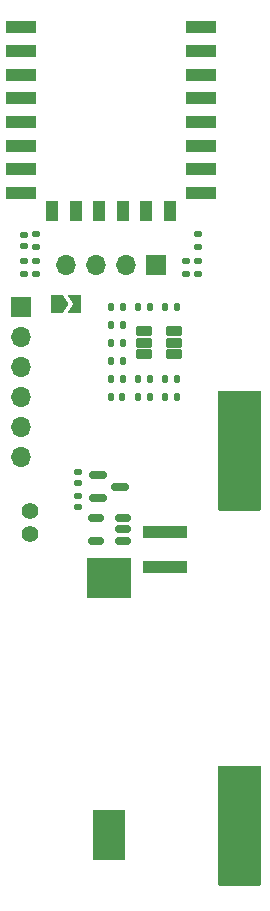
<source format=gbr>
%TF.GenerationSoftware,KiCad,Pcbnew,8.0.2*%
%TF.CreationDate,2024-11-04T20:05:35-05:00*%
%TF.ProjectId,proto,70726f74-6f2e-46b6-9963-61645f706362,rev?*%
%TF.SameCoordinates,Original*%
%TF.FileFunction,Soldermask,Top*%
%TF.FilePolarity,Negative*%
%FSLAX46Y46*%
G04 Gerber Fmt 4.6, Leading zero omitted, Abs format (unit mm)*
G04 Created by KiCad (PCBNEW 8.0.2) date 2024-11-04 20:05:35*
%MOMM*%
%LPD*%
G01*
G04 APERTURE LIST*
G04 Aperture macros list*
%AMRoundRect*
0 Rectangle with rounded corners*
0 $1 Rounding radius*
0 $2 $3 $4 $5 $6 $7 $8 $9 X,Y pos of 4 corners*
0 Add a 4 corners polygon primitive as box body*
4,1,4,$2,$3,$4,$5,$6,$7,$8,$9,$2,$3,0*
0 Add four circle primitives for the rounded corners*
1,1,$1+$1,$2,$3*
1,1,$1+$1,$4,$5*
1,1,$1+$1,$6,$7*
1,1,$1+$1,$8,$9*
0 Add four rect primitives between the rounded corners*
20,1,$1+$1,$2,$3,$4,$5,0*
20,1,$1+$1,$4,$5,$6,$7,0*
20,1,$1+$1,$6,$7,$8,$9,0*
20,1,$1+$1,$8,$9,$2,$3,0*%
%AMFreePoly0*
4,1,6,0.500000,-0.750000,-0.650000,-0.750000,-0.150000,0.000000,-0.650000,0.750000,0.500000,0.750000,0.500000,-0.750000,0.500000,-0.750000,$1*%
%AMFreePoly1*
4,1,6,1.000000,0.000000,0.500000,-0.750000,-0.500000,-0.750000,-0.500000,0.750000,0.500000,0.750000,1.000000,0.000000,1.000000,0.000000,$1*%
G04 Aperture macros list end*
%ADD10R,1.700000X1.700000*%
%ADD11O,1.700000X1.700000*%
%ADD12RoundRect,0.140000X-0.170000X0.140000X-0.170000X-0.140000X0.170000X-0.140000X0.170000X0.140000X0*%
%ADD13RoundRect,0.135000X-0.135000X-0.185000X0.135000X-0.185000X0.135000X0.185000X-0.135000X0.185000X0*%
%ADD14RoundRect,0.135000X0.135000X0.185000X-0.135000X0.185000X-0.135000X-0.185000X0.135000X-0.185000X0*%
%ADD15C,1.400000*%
%ADD16RoundRect,0.135000X-0.185000X0.135000X-0.185000X-0.135000X0.185000X-0.135000X0.185000X0.135000X0*%
%ADD17RoundRect,0.135000X0.185000X-0.135000X0.185000X0.135000X-0.185000X0.135000X-0.185000X-0.135000X0*%
%ADD18R,3.700000X1.100000*%
%ADD19RoundRect,0.140000X-0.140000X-0.170000X0.140000X-0.170000X0.140000X0.170000X-0.140000X0.170000X0*%
%ADD20R,2.500000X1.000000*%
%ADD21R,1.000000X1.800000*%
%ADD22R,3.800000X3.500000*%
%ADD23R,2.800000X4.300000*%
%ADD24RoundRect,0.140000X0.140000X0.170000X-0.140000X0.170000X-0.140000X-0.170000X0.140000X-0.170000X0*%
%ADD25RoundRect,0.150000X0.512500X0.150000X-0.512500X0.150000X-0.512500X-0.150000X0.512500X-0.150000X0*%
%ADD26RoundRect,0.150000X-0.587500X-0.150000X0.587500X-0.150000X0.587500X0.150000X-0.587500X0.150000X0*%
%ADD27RoundRect,0.147500X-0.147500X-0.172500X0.147500X-0.172500X0.147500X0.172500X-0.147500X0.172500X0*%
%ADD28RoundRect,0.098000X0.609000X0.294000X-0.609000X0.294000X-0.609000X-0.294000X0.609000X-0.294000X0*%
%ADD29FreePoly0,0.000000*%
%ADD30FreePoly1,0.000000*%
G04 APERTURE END LIST*
D10*
%TO.C,J1*%
X125730000Y-84328000D03*
D11*
X125730000Y-86868000D03*
X125730000Y-89408000D03*
X125730000Y-91948000D03*
X125730000Y-94488000D03*
X125730000Y-97028000D03*
%TD*%
D12*
%TO.C,C7*%
X130556000Y-98326000D03*
X130556000Y-99286000D03*
%TD*%
%TO.C,C6*%
X130556000Y-100358000D03*
X130556000Y-101318000D03*
%TD*%
D13*
%TO.C,R3*%
X135634000Y-84328000D03*
X136654000Y-84328000D03*
%TD*%
D14*
%TO.C,R2*%
X138940000Y-84328000D03*
X137920000Y-84328000D03*
%TD*%
D15*
%TO.C,TP3*%
X126492000Y-103616000D03*
X126492000Y-101616000D03*
%TD*%
D16*
%TO.C,R15*%
X125984000Y-81536000D03*
X125984000Y-80516000D03*
%TD*%
D17*
%TO.C,R13*%
X139700000Y-80516000D03*
X139700000Y-81536000D03*
%TD*%
D13*
%TO.C,R12*%
X137920000Y-91948000D03*
X138940000Y-91948000D03*
%TD*%
D18*
%TO.C,L2*%
X137922000Y-106402000D03*
X137922000Y-103402000D03*
%TD*%
D10*
%TO.C,J2*%
X137160000Y-80772000D03*
D11*
X134620000Y-80772000D03*
X132080000Y-80772000D03*
X129540000Y-80772000D03*
%TD*%
D19*
%TO.C,C5*%
X137950000Y-90424000D03*
X138910000Y-90424000D03*
%TD*%
D20*
%TO.C,U1*%
X125750000Y-60700000D03*
X125750000Y-62700000D03*
X125750000Y-64700000D03*
X125750000Y-66700000D03*
X125750000Y-68700000D03*
X125750000Y-70700000D03*
X125750000Y-72700000D03*
X125750000Y-74700000D03*
D21*
X128350000Y-76200000D03*
X130350000Y-76200000D03*
X132350000Y-76200000D03*
X134350000Y-76200000D03*
X136350000Y-76200000D03*
X138350000Y-76200000D03*
D20*
X140950000Y-74700000D03*
X140950000Y-72700000D03*
X140950000Y-70700000D03*
X140950000Y-68700000D03*
X140950000Y-66700000D03*
X140950000Y-64700000D03*
X140950000Y-62700000D03*
X140950000Y-60700000D03*
%TD*%
D22*
%TO.C,BT1*%
X133220000Y-107310000D03*
D23*
X133220000Y-129110000D03*
%TD*%
D24*
%TO.C,C3*%
X134338000Y-88900000D03*
X133378000Y-88900000D03*
%TD*%
D25*
%TO.C,U3*%
X134355000Y-104140000D03*
X134355000Y-103190000D03*
X134355000Y-102240000D03*
X132080000Y-102240000D03*
X132080000Y-104140000D03*
%TD*%
D14*
%TO.C,R1*%
X134368000Y-85852000D03*
X133348000Y-85852000D03*
%TD*%
D24*
%TO.C,C2*%
X134310000Y-91948000D03*
X133350000Y-91948000D03*
%TD*%
D16*
%TO.C,R11*%
X127000000Y-81536000D03*
X127000000Y-80516000D03*
%TD*%
D14*
%TO.C,R5*%
X136654000Y-90424000D03*
X135634000Y-90424000D03*
%TD*%
D16*
%TO.C,R9*%
X140716000Y-78230000D03*
X140716000Y-79250000D03*
%TD*%
D26*
%TO.C,D1*%
X132237000Y-98618000D03*
X132237000Y-100518000D03*
X134112000Y-99568000D03*
%TD*%
D16*
%TO.C,R14*%
X140716000Y-81536000D03*
X140716000Y-80516000D03*
%TD*%
D17*
%TO.C,R7*%
X127000000Y-79250000D03*
X127000000Y-78230000D03*
%TD*%
D12*
%TO.C,C4*%
X125984000Y-78260000D03*
X125984000Y-79220000D03*
%TD*%
D24*
%TO.C,C1*%
X134338000Y-84328000D03*
X133378000Y-84328000D03*
%TD*%
D13*
%TO.C,R4*%
X133348000Y-90424000D03*
X134368000Y-90424000D03*
%TD*%
D27*
%TO.C,L1*%
X133373000Y-87376000D03*
X134343000Y-87376000D03*
%TD*%
D28*
%TO.C,U2*%
X138669000Y-88326000D03*
X138669000Y-87376000D03*
X138669000Y-86426000D03*
X136159000Y-86426000D03*
X136159000Y-87376000D03*
X136159000Y-88326000D03*
%TD*%
D29*
%TO.C,JP1*%
X130265000Y-84074000D03*
D30*
X128815000Y-84074000D03*
%TD*%
D13*
%TO.C,R6*%
X135634000Y-91948000D03*
X136654000Y-91948000D03*
%TD*%
G36*
X145993039Y-91459685D02*
G01*
X146038794Y-91512489D01*
X146050000Y-91564000D01*
X146050000Y-101476000D01*
X146030315Y-101543039D01*
X145977511Y-101588794D01*
X145926000Y-101600000D01*
X142524000Y-101600000D01*
X142456961Y-101580315D01*
X142411206Y-101527511D01*
X142400000Y-101476000D01*
X142400000Y-91564000D01*
X142419685Y-91496961D01*
X142472489Y-91451206D01*
X142524000Y-91440000D01*
X145926000Y-91440000D01*
X145993039Y-91459685D01*
G37*
G36*
X145993039Y-123209685D02*
G01*
X146038794Y-123262489D01*
X146050000Y-123314000D01*
X146050000Y-133226000D01*
X146030315Y-133293039D01*
X145977511Y-133338794D01*
X145926000Y-133350000D01*
X142524000Y-133350000D01*
X142456961Y-133330315D01*
X142411206Y-133277511D01*
X142400000Y-133226000D01*
X142400000Y-123314000D01*
X142419685Y-123246961D01*
X142472489Y-123201206D01*
X142524000Y-123190000D01*
X145926000Y-123190000D01*
X145993039Y-123209685D01*
G37*
M02*

</source>
